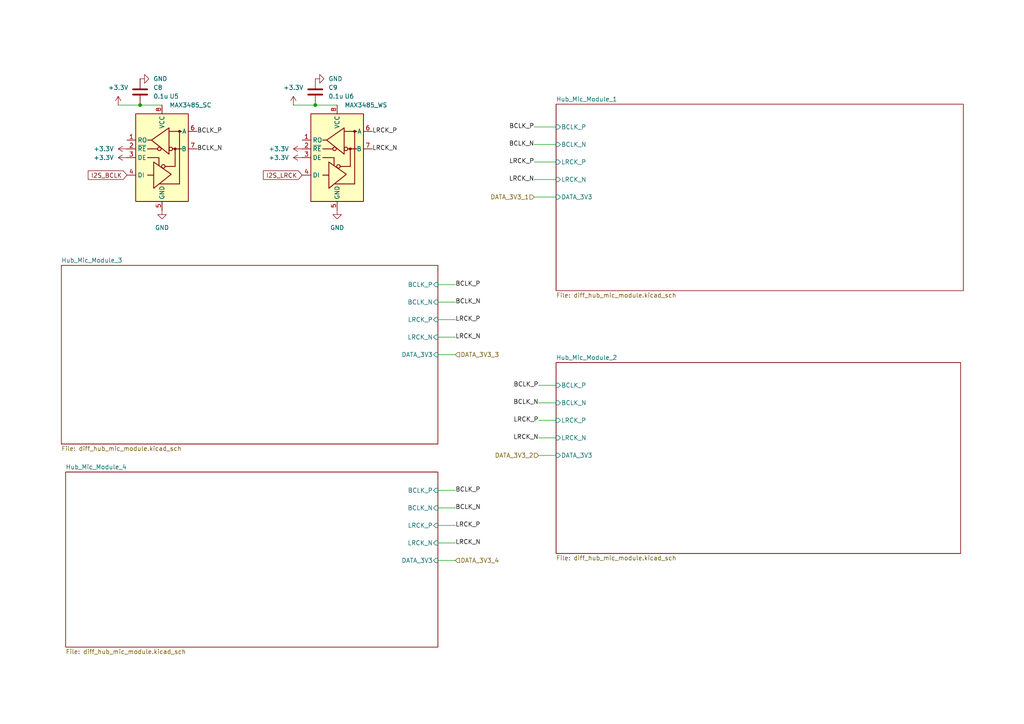
<source format=kicad_sch>
(kicad_sch (version 20250114) (generator "eeschema") (generator_version "9.0")
  (paper "A4")
  (lib_symbols
    (symbol "Device:C" (pin_numbers (hide yes)) (pin_names (offset 0.254))
      (property "Reference" "C" (at 0.635 2.54 0))
      (property "Value" "C" (at 0.635 -2.54 0))
      (symbol "C_0_1"
        (polyline (pts (xy -2.032 0.762) (xy 2.032 0.762)) (stroke (width 0.508)))
        (polyline (pts (xy -2.032 -0.762) (xy 2.032 -0.762)) (stroke (width 0.508)))
      )
      (symbol "C_1_1"
        (pin passive line (at 0 3.81 270) (length 2.794) (name "~") (number "1"))
        (pin passive line (at 0 -3.81 90) (length 2.794) (name "~") (number "2"))
      )
    )
    (symbol "Interface_UART:MAX3485"
      (property "Reference" "U" (at -6.985 13.97 0))
      (property "Value" "MAX3485" (at 1.905 13.97 0))
      (symbol "MAX3485_0_1"
        (rectangle (start -7.62 12.7) (end 7.62 -12.7) (stroke (width 0.254)) (fill (type background)))
        (polyline (pts (xy -4.191 2.54) (xy -1.27 2.54)) (stroke (width 0.254)))
        (polyline (pts (xy -4.191 0) (xy -0.889 0) (xy -0.889 -2.286)) (stroke (width 0.254)))
        (polyline (pts (xy -3.175 5.08) (xy -4.191 5.08) (xy -4.064 5.08)) (stroke (width 0.254)))
        (polyline (pts (xy -2.54 -5.08) (xy -4.191 -5.08)) (stroke (width 0.254)))
        (polyline (pts (xy -2.413 -5.08) (xy -2.413 -1.27) (xy 2.667 -4.826) (xy -2.413 -8.89) (xy -2.413 -5.08)) (stroke (width 0.254)))
        (polyline (pts (xy -0.635 -7.62) (xy 5.08 -7.62)) (stroke (width 0.254)))
        (circle (center 0.381 -2.54) (radius 0.508) (stroke (width 0.254)))
        (polyline (pts (xy 0.889 -2.54) (xy 3.81 -2.54)) (stroke (width 0.254)))
        (polyline (pts (xy 2.032 7.62) (xy 5.715 7.62)) (stroke (width 0.254)))
        (polyline (pts (xy 3.048 2.54) (xy 5.715 2.54)) (stroke (width 0.254)))
        (circle (center 3.81 2.54) (radius 0.2794) (stroke (width 0.254)) (fill (type outline)))
        (polyline (pts (xy 3.81 -2.54) (xy 3.81 2.54)) (stroke (width 0.254)))
        (polyline (pts (xy 5.08 -7.62) (xy 5.08 7.62)) (stroke (width 0.254)))
      )
      (symbol "MAX3485_1_1"
        (circle (center -0.762 2.54) (radius 0.508) (stroke (width 0.254)))
        (polyline (pts (xy 2.032 4.826) (xy 2.032 8.636) (xy -3.048 5.08) (xy 2.032 1.016) (xy 2.032 4.826)) (stroke (width 0.254)))
        (circle (center 2.54 2.54) (radius 0.508) (stroke (width 0.254)))
        (circle (center 5.08 7.62) (radius 0.2794) (stroke (width 0.254)) (fill (type outline)))
        (pin output line (at -10.16 5.08 0) (length 2.54) (name "RO") (number "1"))
        (pin input line (at -10.16 2.54 0) (length 2.54) (name "~{RE}") (number "2"))
        (pin input line (at -10.16 0 0) (length 2.54) (name "DE") (number "3"))
        (pin input line (at -10.16 -5.08 0) (length 2.54) (name "DI") (number "4"))
        (pin power_in line (at 0 15.24 270) (length 2.54) (name "VCC") (number "8"))
        (pin power_in line (at 0 -15.24 90) (length 2.54) (name "GND") (number "5"))
        (pin bidirectional line (at 10.16 7.62 180) (length 2.54) (name "A") (number "6"))
        (pin bidirectional line (at 10.16 2.54 180) (length 2.54) (name "B") (number "7"))
      )
    )
    (symbol "power:+3.3V" (power) (pin_numbers (hide yes)) (pin_names (offset 0) (hide yes))
      (property "Value" "+3.3V" (at 0 3.556 0))
      (symbol "+3.3V_0_1"
        (polyline (pts (xy -0.762 1.27) (xy 0 2.54)))
        (polyline (pts (xy 0 2.54) (xy 0.762 1.27)))
        (polyline (pts (xy 0 0) (xy 0 2.54)))
      )
      (symbol "+3.3V_1_1"
        (pin power_in line (at 0 0 90) (length 0) (name "~") (number "1"))
      )
    )
    (symbol "power:GND" (power) (pin_numbers (hide yes)) (pin_names (offset 0) (hide yes))
      (property "Value" "GND" (at 0 -3.81 0))
      (symbol "GND_0_1"
        (polyline (pts (xy 0 0) (xy 0 -1.27) (xy 1.27 -1.27) (xy 0 -2.54) (xy -1.27 -1.27) (xy 0 -1.27)))
      )
      (symbol "GND_1_1"
        (pin power_in line (at 0 0 270) (length 0) (name "~") (number "1"))
      )
    )
  )
  (junction (at 40.64 30.48))
  (junction (at 91.44 30.48))
  (wire (pts (xy 127 102.87) (xy 132.08 102.87)))
  (wire (pts (xy 127 147.32) (xy 132.08 147.32)))
  (wire (pts (xy 127 92.71) (xy 132.08 92.71)))
  (wire (pts (xy 156.21 132.08) (xy 161.29 132.08)))
  (wire (pts (xy 156.21 127) (xy 161.29 127)))
  (wire (pts (xy 40.64 30.48) (xy 46.99 30.48)))
  (wire (pts (xy 127 142.24) (xy 132.08 142.24)))
  (wire (pts (xy 127 152.4) (xy 132.08 152.4)))
  (wire (pts (xy 34.29 30.48) (xy 40.64 30.48)))
  (wire (pts (xy 127 157.48) (xy 132.08 157.48)))
  (wire (pts (xy 154.94 36.83) (xy 161.29 36.83)))
  (wire (pts (xy 127 162.56) (xy 132.08 162.56)))
  (wire (pts (xy 156.21 116.84) (xy 161.29 116.84)))
  (wire (pts (xy 127 87.63) (xy 132.08 87.63)))
  (wire (pts (xy 156.21 111.76) (xy 161.29 111.76)))
  (wire (pts (xy 154.94 41.91) (xy 161.29 41.91)))
  (wire (pts (xy 91.44 30.48) (xy 97.79 30.48)))
  (wire (pts (xy 127 97.79) (xy 132.08 97.79)))
  (wire (pts (xy 154.94 46.99) (xy 161.29 46.99)))
  (wire (pts (xy 127 82.55) (xy 132.08 82.55)))
  (wire (pts (xy 85.09 30.48) (xy 91.44 30.48)))
  (wire (pts (xy 154.94 52.07) (xy 161.29 52.07)))
  (wire (pts (xy 156.21 121.92) (xy 161.29 121.92)))
  (wire (pts (xy 154.94 57.15) (xy 161.29 57.15)))
  (label "BCLK_P" (at 156.21 111.76 180))
  (label "BCLK_N" (at 154.94 41.91 180))
  (label "BCLK_N" (at 156.21 116.84 180))
  (label "BCLK_P" (at 132.08 82.55 0))
  (label "LRCK_P" (at 154.94 46.99 180))
  (label "LRCK_P" (at 107.95 38.1 0))
  (label "BCLK_N" (at 132.08 147.32 0))
  (label "LRCK_N" (at 107.95 43.18 0))
  (label "BCLK_N" (at 57.15 43.18 0))
  (label "BCLK_P" (at 154.94 36.83 180))
  (label "LRCK_P" (at 132.08 152.4 0))
  (label "LRCK_P" (at 156.21 121.92 180))
  (label "LRCK_N" (at 132.08 157.48 0))
  (label "LRCK_N" (at 132.08 97.79 0))
  (label "BCLK_P" (at 132.08 142.24 0))
  (label "BCLK_P" (at 57.15 38.1 0))
  (label "BCLK_N" (at 132.08 87.63 0))
  (label "LRCK_P" (at 132.08 92.71 0))
  (label "LRCK_N" (at 154.94 52.07 180))
  (label "LRCK_N" (at 156.21 127 180))
  (global_label "I2S_BCLK" (shape input) (at 36.83 50.8 180) (property "Intersheetrefs" "${INTERSHEET_REFS}" (effects (hide yes))))
  (global_label "I2S_LRCK" (shape input) (at 87.63 50.8 180) (property "Intersheetrefs" "${INTERSHEET_REFS}" (effects (hide yes))))
  (hierarchical_label "DATA_3V3_3" (shape input) (at 132.08 102.87 0))
  (hierarchical_label "DATA_3V3_4" (shape input) (at 132.08 162.56 0))
  (hierarchical_label "DATA_3V3_1" (shape input) (at 154.94 57.15 180))
  (hierarchical_label "DATA_3V3_2" (shape input) (at 156.21 132.08 180))
  (symbol (lib_id "Interface_UART:MAX3485") (at 97.79 45.72 0) (unit 1)
    (property "Reference" "U6" (at 99.9333 27.94 0) (effects (justify left)))
    (property "Value" "MAX3485_WS" (at 99.9333 30.48 0) (effects (justify left)))
    (property "Footprint" "Package_SO:SOIC-8_3.9x4.9mm_P1.27mm" (effects (hide yes)))
    (property "Datasheet" "https://datasheets.maximintegrated.com/en/ds/MAX3483-MAX3491.pdf" (effects (hide yes)))
    (property "Description" "True RS-485/RS-422, 10Mbps, Slew-Rate Limited, with low-power shutdown, with receiver/driver enable, 32 receiver drive capacitity, DIP-8 and SOIC-8" (effects (hide yes)))
  )
  (symbol (lib_id "power:+3.3V") (at 36.83 43.18 90) (unit 1)
    (property "Reference" "#PWR023" (effects (hide yes)))
    (property "Value" "+3.3V" (at 33.02 43.1799 90) (effects (justify left)))
    (property "Description" "Power symbol creates a global label with name \"+3.3V\"" (effects (hide yes)))
  )
  (symbol (lib_id "power:+3.3V") (at 36.83 45.72 90) (unit 1)
    (property "Reference" "#PWR024" (effects (hide yes)))
    (property "Value" "+3.3V" (at 33.02 45.7199 90) (effects (justify left)))
    (property "Description" "Power symbol creates a global label with name \"+3.3V\"" (effects (hide yes)))
  )
  (symbol (lib_id "power:+3.3V") (at 87.63 45.72 90) (unit 1)
    (property "Reference" "#PWR026" (effects (hide yes)))
    (property "Value" "+3.3V" (at 83.82 45.7199 90) (effects (justify left)))
    (property "Description" "Power symbol creates a global label with name \"+3.3V\"" (effects (hide yes)))
  )
  (symbol (lib_id "power:GND") (at 46.99 60.96 0) (unit 1)
    (property "Reference" "#PWR027" (effects (hide yes)))
    (property "Value" "GND" (at 46.99 66.04 0))
    (property "Description" "Power symbol creates a global label with name \"GND\" , ground" (effects (hide yes)))
  )
  (symbol (lib_id "Device:C") (at 40.64 26.67 0) (unit 1)
    (property "Reference" "C8" (at 44.45 25.3999 0) (effects (justify left)))
    (property "Value" "0.1u" (at 44.45 27.9399 0) (effects (justify left)))
    (property "Description" "Unpolarized capacitor" (effects (hide yes)))
  )
  (symbol (lib_id "power:GND") (at 97.79 60.96 0) (unit 1)
    (property "Reference" "#PWR028" (effects (hide yes)))
    (property "Value" "GND" (at 97.79 66.04 0))
    (property "Description" "Power symbol creates a global label with name \"GND\" , ground" (effects (hide yes)))
  )
  (symbol (lib_id "power:GND") (at 91.44 22.86 90) (unit 1)
    (property "Reference" "#PWR032" (effects (hide yes)))
    (property "Value" "GND" (at 95.25 22.8599 90) (effects (justify right)))
    (property "Description" "Power symbol creates a global label with name \"GND\" , ground" (effects (hide yes)))
  )
  (symbol (lib_id "power:+3.3V") (at 85.09 30.48 0) (unit 1)
    (property "Reference" "#PWR030" (effects (hide yes)))
    (property "Value" "+3.3V" (at 85.09 25.4 0))
    (property "Description" "Power symbol creates a global label with name \"+3.3V\"" (effects (hide yes)))
  )
  (symbol (lib_id "power:+3.3V") (at 34.29 30.48 0) (unit 1)
    (property "Reference" "#PWR029" (effects (hide yes)))
    (property "Value" "+3.3V" (at 34.29 25.4 0))
    (property "Description" "Power symbol creates a global label with name \"+3.3V\"" (effects (hide yes)))
  )
  (symbol (lib_id "Interface_UART:MAX3485") (at 46.99 45.72 0) (unit 1)
    (property "Reference" "U5" (at 49.1333 27.94 0) (effects (justify left)))
    (property "Value" "MAX3485_SC" (at 49.1333 30.48 0) (effects (justify left)))
    (property "Footprint" "Package_SO:SOIC-8_3.9x4.9mm_P1.27mm" (effects (hide yes)))
    (property "Datasheet" "https://datasheets.maximintegrated.com/en/ds/MAX3483-MAX3491.pdf" (effects (hide yes)))
    (property "Description" "True RS-485/RS-422, 10Mbps, Slew-Rate Limited, with low-power shutdown, with receiver/driver enable, 32 receiver drive capacitity, DIP-8 and SOIC-8" (effects (hide yes)))
  )
  (symbol (lib_id "power:+3.3V") (at 87.63 43.18 90) (unit 1)
    (property "Reference" "#PWR025" (effects (hide yes)))
    (property "Value" "+3.3V" (at 83.82 43.1799 90) (effects (justify left)))
    (property "Description" "Power symbol creates a global label with name \"+3.3V\"" (effects (hide yes)))
  )
  (symbol (lib_id "power:GND") (at 40.64 22.86 90) (unit 1)
    (property "Reference" "#PWR031" (effects (hide yes)))
    (property "Value" "GND" (at 44.45 22.8599 90) (effects (justify right)))
    (property "Description" "Power symbol creates a global label with name \"GND\" , ground" (effects (hide yes)))
  )
  (symbol (lib_id "Device:C") (at 91.44 26.67 0) (unit 1)
    (property "Reference" "C9" (at 95.25 25.3999 0) (effects (justify left)))
    (property "Value" "0.1u" (at 95.25 27.9399 0) (effects (justify left)))
    (property "Description" "Unpolarized capacitor" (effects (hide yes)))
  )
  (sheet (at 17.78 76.962) (size 109.22 51.816) (stroke (width 0.1524))
    (property "Sheetname" "Hub_Mic_Module_3" (at 17.78 76.2504 0) (effects (justify left bottom)))
    (property "Sheetfile" "diff_hub_mic_module.kicad_sch" (at 17.78 129.3626 0) (effects (justify left top)))
    (pin "BCLK_P" input (at 127 82.55 0))
    (pin "DATA_3V3" input (at 127 102.87 0))
    (pin "BCLK_N" input (at 127 87.63 0))
    (pin "LRCK_P" input (at 127 92.71 0))
    (pin "LRCK_N" input (at 127 97.79 0))
  )
  (sheet (at 19.05 136.906) (size 107.95 50.8) (stroke (width 0.1524))
    (property "Sheetname" "Hub_Mic_Module_4" (at 19.05 136.1944 0) (effects (justify left bottom)))
    (property "Sheetfile" "diff_hub_mic_module.kicad_sch" (at 19.05 188.2906 0) (effects (justify left top)))
    (pin "BCLK_N" input (at 127 147.32 0))
    (pin "DATA_3V3" input (at 127 162.56 0))
    (pin "LRCK_P" input (at 127 152.4 0))
    (pin "LRCK_N" input (at 127 157.48 0))
    (pin "BCLK_P" input (at 127 142.24 0))
  )
  (sheet (at 161.29 105.156) (size 117.348 55.372) (stroke (width 0.1524))
    (property "Sheetname" "Hub_Mic_Module_2" (at 161.29 104.4444 0) (effects (justify left bottom)))
    (property "Sheetfile" "diff_hub_mic_module.kicad_sch" (at 161.29 161.1126 0) (effects (justify left top)))
    (pin "BCLK_P" input (at 161.29 111.76 180))
    (pin "DATA_3V3" input (at 161.29 132.08 180))
    (pin "BCLK_N" input (at 161.29 116.84 180))
    (pin "LRCK_P" input (at 161.29 121.92 180))
    (pin "LRCK_N" input (at 161.29 127 180))
  )
  (sheet (at 161.29 30.226) (size 118.11 54.102) (stroke (width 0.1524))
    (property "Sheetname" "Hub_Mic_Module_1" (at 161.29 29.5144 0) (effects (justify left bottom)))
    (property "Sheetfile" "diff_hub_mic_module.kicad_sch" (at 161.29 84.9126 0) (effects (justify left top)))
    (pin "BCLK_P" input (at 161.29 36.83 180))
    (pin "DATA_3V3" input (at 161.29 57.15 180))
    (pin "BCLK_N" input (at 161.29 41.91 180))
    (pin "LRCK_P" input (at 161.29 46.99 180))
    (pin "LRCK_N" input (at 161.29 52.07 180))
  )
)
</source>
